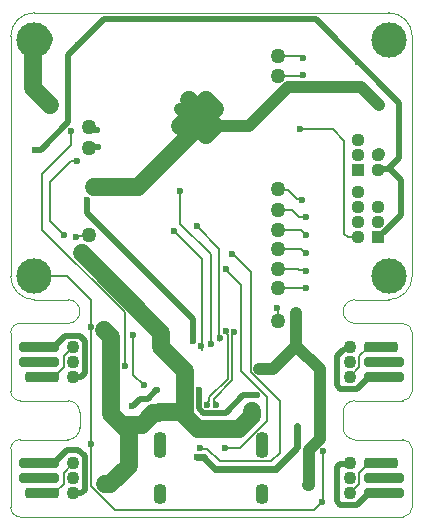
<source format=gbl>
G04*
G04 #@! TF.GenerationSoftware,Altium Limited,Altium Designer,21.6.1 (37)*
G04*
G04 Layer_Physical_Order=2*
G04 Layer_Color=16711680*
%FSAX25Y25*%
%MOIN*%
G70*
G04*
G04 #@! TF.SameCoordinates,2A6196F6-AC41-4C62-9EE7-3AB2130DBF51*
G04*
G04*
G04 #@! TF.FilePolarity,Positive*
G04*
G01*
G75*
%ADD11C,0.01968*%
%ADD12C,0.00394*%
%ADD15C,0.00787*%
%ADD69C,0.04370*%
%ADD84C,0.03937*%
%ADD85C,0.05906*%
%ADD88C,0.02362*%
%ADD90C,0.11811*%
%ADD91R,0.04370X0.04370*%
G04:AMPARAMS|DCode=92|XSize=43.31mil|YSize=66.93mil|CornerRadius=19.49mil|HoleSize=0mil|Usage=FLASHONLY|Rotation=0.000|XOffset=0mil|YOffset=0mil|HoleType=Round|Shape=RoundedRectangle|*
%AMROUNDEDRECTD92*
21,1,0.04331,0.02795,0,0,0.0*
21,1,0.00433,0.06693,0,0,0.0*
1,1,0.03898,0.00217,-0.01398*
1,1,0.03898,-0.00217,-0.01398*
1,1,0.03898,-0.00217,0.01398*
1,1,0.03898,0.00217,0.01398*
%
%ADD92ROUNDEDRECTD92*%
G04:AMPARAMS|DCode=93|XSize=43.31mil|YSize=86.61mil|CornerRadius=19.49mil|HoleSize=0mil|Usage=FLASHONLY|Rotation=0.000|XOffset=0mil|YOffset=0mil|HoleType=Round|Shape=RoundedRectangle|*
%AMROUNDEDRECTD93*
21,1,0.04331,0.04764,0,0,0.0*
21,1,0.00433,0.08661,0,0,0.0*
1,1,0.03898,0.00217,-0.02382*
1,1,0.03898,-0.00217,-0.02382*
1,1,0.03898,-0.00217,0.02382*
1,1,0.03898,0.00217,0.02382*
%
%ADD93ROUNDEDRECTD93*%
%ADD94C,0.02362*%
G04:AMPARAMS|DCode=95|XSize=35.43mil|YSize=135.83mil|CornerRadius=13.82mil|HoleSize=0mil|Usage=FLASHONLY|Rotation=270.000|XOffset=0mil|YOffset=0mil|HoleType=Round|Shape=RoundedRectangle|*
%AMROUNDEDRECTD95*
21,1,0.03543,0.10819,0,0,270.0*
21,1,0.00780,0.13583,0,0,270.0*
1,1,0.02764,-0.05409,-0.00390*
1,1,0.02764,-0.05409,0.00390*
1,1,0.02764,0.05409,0.00390*
1,1,0.02764,0.05409,-0.00390*
%
%ADD95ROUNDEDRECTD95*%
G04:AMPARAMS|DCode=96|XSize=35.43mil|YSize=116.14mil|CornerRadius=13.82mil|HoleSize=0mil|Usage=FLASHONLY|Rotation=270.000|XOffset=0mil|YOffset=0mil|HoleType=Round|Shape=RoundedRectangle|*
%AMROUNDEDRECTD96*
21,1,0.03543,0.08850,0,0,270.0*
21,1,0.00780,0.11614,0,0,270.0*
1,1,0.02764,-0.04425,-0.00390*
1,1,0.02764,-0.04425,0.00390*
1,1,0.02764,0.04425,0.00390*
1,1,0.02764,0.04425,-0.00390*
%
%ADD96ROUNDEDRECTD96*%
%ADD97C,0.05000*%
%ADD98C,0.04331*%
D11*
X0034746Y0165848D02*
X0062635Y0137959D01*
X-0035955Y0165848D02*
X0034746D01*
X0062635Y0119548D02*
Y0137959D01*
X0059252Y0116166D02*
X0062635Y0119548D01*
X-0047829Y0131521D02*
Y0154000D01*
X-0056928Y0122422D02*
X-0047829Y0131521D01*
X-0058704Y0122422D02*
X-0056928D01*
X-0058770Y0122355D02*
X-0058704Y0122422D01*
X-0047829Y0154000D02*
X-0044499Y0157330D01*
X0063178Y0100697D02*
Y0112240D01*
X0057028Y0094547D02*
X0063178Y0100697D01*
X0059252Y0116166D02*
X0063178Y0112240D01*
X0055877Y0116015D02*
X0059403D01*
X0055610Y0115748D02*
X0055877Y0116015D01*
X0056850Y0094547D02*
X0057028D01*
X0055512Y0093209D02*
X0056850Y0094547D01*
X-0044473Y0157330D02*
X-0035955Y0165848D01*
X-0026275Y0036936D02*
X-0023914Y0039296D01*
X-0021223D01*
X-0018363Y0042156D01*
X-0018257D01*
X-0026381Y0036936D02*
X-0026275D01*
X-0041412Y0101243D02*
X-0006103Y0065934D01*
X-0041412Y0101243D02*
Y0105709D01*
X-0053880Y0137168D02*
Y0138975D01*
X-0053780D01*
X-0055403Y0139050D02*
X-0055328Y0138975D01*
X-0053880D01*
X-0055403Y0139050D02*
X-0053855D01*
X-0053780Y0138975D01*
X-0006103Y0058620D02*
Y0065934D01*
X0004783Y0034724D02*
X0010516Y0040457D01*
X-0004286Y0036281D02*
X-0002730Y0034724D01*
X0004783D01*
X-0042305Y0009008D02*
Y0020102D01*
X-0043458Y0007854D02*
X-0042305Y0009008D01*
X-0044406Y0022204D02*
X-0042305Y0020102D01*
X-0046063Y0007854D02*
X-0043458D01*
X-0057382Y0017854D02*
X-0052362D01*
X-0048013Y0022204D01*
X-0044406D01*
X-0046063Y0046638D02*
X-0043458D01*
X-0042305Y0047791D01*
Y0058756D01*
X-0043829Y0060280D02*
X-0042305Y0058756D01*
X-0048720Y0060280D02*
X-0043829D01*
X-0057382Y0056638D02*
X-0052362D01*
X-0048720Y0060280D01*
X0043893Y0055507D02*
X0044293D01*
X0041831Y0043854D02*
Y0053445D01*
X0043893Y0055507D01*
X0044293D02*
X0045424Y0056638D01*
X0046063D01*
X0042984Y0042701D02*
X0048425D01*
X0041831Y0043854D02*
X0042984Y0042701D01*
X0052362Y0046638D02*
X0057382D01*
X0048425Y0042701D02*
X0052362Y0046638D01*
X0041760Y0005101D02*
Y0016550D01*
X0042913Y0003948D02*
X0048456D01*
X0041760Y0005101D02*
X0042913Y0003948D01*
X0048456D02*
X0052362Y0007854D01*
X0042913Y0017704D02*
X0045912D01*
X0046063Y0017854D01*
X0041760Y0016550D02*
X0042913Y0017704D01*
X0052362Y0007854D02*
X0057382D01*
X0010516Y0040457D02*
X0015056D01*
X-0004286Y0036281D02*
Y0038483D01*
X-0004210Y0038559D01*
Y0042143D01*
X-0055786Y0159398D02*
Y0161599D01*
D12*
X-0066927Y0003150D02*
G03*
X-0063774Y0000000I0003145J-0000004D01*
G01*
Y0025748D02*
G03*
X-0066927Y0022598I-0000008J-0003145D01*
G01*
X-0047829Y0025748D02*
G03*
X-0043892Y0029689I-0000001J0003938D01*
G01*
Y0034803D02*
G03*
X-0047829Y0038740I-0003938J-0000001D01*
G01*
X-0066927Y0041890D02*
G03*
X-0063774Y0038740I0003145J-0000004D01*
G01*
Y0064488D02*
G03*
X-0066927Y0061339I-0000008J-0003145D01*
G01*
X-0047829Y0064488D02*
G03*
X-0047829Y0072366I-0000006J0003939D01*
G01*
X-0066919Y0080240D02*
G03*
X-0059045Y0072366I0007870J-0000004D01*
G01*
X-0059049Y0168038D02*
G03*
X-0066923Y0160164I0000003J-0007877D01*
G01*
X0059053Y0072366D02*
G03*
X0066927Y0080240I-0000010J0007884D01*
G01*
X0047837Y0072366D02*
G03*
X0047829Y0064488I-0000006J-0003939D01*
G01*
X0066927Y0061339D02*
G03*
X0063774Y0064488I-0003152J-0000002D01*
G01*
Y0038740D02*
G03*
X0066927Y0041890I0000001J0003152D01*
G01*
X0047829Y0038740D02*
G03*
X0043892Y0034803I0000001J-0003938D01*
G01*
Y0029689D02*
G03*
X0047829Y0025748I0003938J-0000002D01*
G01*
X0066927Y0022598D02*
G03*
X0063774Y0025748I-0003152J-0000002D01*
G01*
Y0000000D02*
G03*
X0066927Y0003150I0000001J0003152D01*
G01*
Y0160164D02*
G03*
X0059053Y0168038I-0007877J-0000003D01*
G01*
X-0063774Y0000000D02*
X0063774D01*
X-0066927Y0003150D02*
Y0022598D01*
X-0063774Y0025748D02*
X-0047829D01*
X-0043892Y0029689D02*
Y0034803D01*
X-0063774Y0038740D02*
X-0047829D01*
X-0066927Y0041890D02*
Y0061339D01*
X-0063774Y0064488D02*
X-0047829D01*
X-0059045Y0072366D02*
X-0047829D01*
X-0066920Y0086817D02*
X-0066919Y0080240D01*
X-0066920Y0086817D02*
X-0066920D01*
X-0066923Y0160161D02*
X-0066920Y0086817D01*
X-0059049Y0168035D02*
X0059053D01*
X0047837Y0072366D02*
X0059053D01*
X0047829Y0064488D02*
X0063774D01*
X0066927Y0041890D02*
Y0061339D01*
X0047829Y0038740D02*
X0063774D01*
X0043892Y0029689D02*
Y0034803D01*
X0047829Y0025748D02*
X0063774D01*
X0066927Y0003150D02*
Y0022598D01*
Y0080240D02*
Y0160161D01*
D15*
X-0056450Y0095667D02*
X-0028937Y0068154D01*
X-0056450Y0095667D02*
Y0114404D01*
X-0028937Y0050096D02*
Y0068154D01*
X-0041259Y0093510D02*
X-0040872Y0093898D01*
X-0044848Y0093510D02*
X-0041259D01*
X-0045149Y0093209D02*
X-0044848Y0093510D01*
X-0053802Y0098529D02*
X-0049171Y0093898D01*
X-0053802Y0098529D02*
Y0111433D01*
X-0026030Y0047393D02*
Y0060630D01*
Y0047393D02*
X-0022638Y0044001D01*
X-0040232Y0063235D02*
X-0040228Y0063232D01*
Y0024365D02*
X-0040225Y0024362D01*
X-0040232Y0010333D02*
Y0024355D01*
X-0040228Y0024365D02*
Y0063232D01*
X-0040232Y0024355D02*
X-0040225Y0024362D01*
X-0040232Y0010333D02*
X-0032167Y0002269D01*
X-0040232Y0063963D02*
X-0039868Y0063599D01*
X-0040232Y0063963D02*
Y0072328D01*
X-0048168Y0080264D02*
X-0040232Y0072328D01*
X0022348Y0146910D02*
X0022523Y0147084D01*
X0030401D01*
X0030576Y0147259D01*
X-0046717Y0118518D02*
X-0044783D01*
X-0053802Y0111433D02*
X-0046717Y0118518D01*
X-0056450Y0114404D02*
X-0046833Y0124020D01*
Y0128568D01*
X-0059055Y0080264D02*
X-0048168D01*
X0044293Y0094359D02*
Y0125354D01*
X0045443Y0093209D02*
X0048912D01*
X0044293Y0094359D02*
X0045443Y0093209D01*
X0040456Y0129190D02*
X0044293Y0125354D01*
X0029484Y0129190D02*
X0040456D01*
X0006841Y0045492D02*
Y0060548D01*
X-0000677Y0039924D02*
X0005463Y0046063D01*
Y0060647D01*
X0000701Y0039353D02*
X0006841Y0045492D01*
X0007579Y0061286D02*
Y0061713D01*
X0006841Y0060548D02*
X0007579Y0061286D01*
X0004724Y0061385D02*
X0005463Y0060647D01*
X0004724Y0061385D02*
Y0061811D01*
X-0004947Y0096942D02*
X0002657Y0089337D01*
Y0058801D02*
Y0089337D01*
Y0058801D02*
X0002839Y0058620D01*
X0004906Y0082398D02*
X0010002Y0077301D01*
Y0048434D02*
X0018525Y0039912D01*
X0010002Y0048434D02*
Y0077301D01*
X0001654Y0037382D02*
Y0037678D01*
X0000701Y0038631D02*
X0001654Y0037678D01*
X0000701Y0038631D02*
Y0039353D01*
X-0000677Y0038631D02*
Y0039924D01*
X-0001629Y0037678D02*
X-0000677Y0038631D01*
X-0001629Y0037382D02*
Y0037678D01*
X-0010363Y0097707D02*
X-0000215Y0087560D01*
Y0057638D02*
Y0087560D01*
X0004906Y0082398D02*
Y0082490D01*
X-0003057Y0055677D02*
Y0085858D01*
X-0003237Y0055498D02*
X-0003057Y0055677D01*
X0036853Y0004809D02*
X0037041Y0004998D01*
X0034312Y0002269D02*
X0036853Y0004809D01*
X0037041Y0021739D02*
X0037229Y0021927D01*
X-0032167Y0002269D02*
X0034312D01*
X0037041Y0004998D02*
Y0021739D01*
X-0047244Y0007854D02*
Y0008423D01*
Y0046638D02*
Y0047207D01*
X-0052362Y0046638D02*
X-0049236Y0049764D01*
Y0053465D02*
X-0046063Y0056638D01*
X-0056398Y0046638D02*
X-0052362D01*
X-0049236Y0049764D02*
Y0053465D01*
X-0052362Y0007854D02*
X-0049236Y0010981D01*
Y0014681D01*
X-0046063Y0017854D01*
X-0056398Y0007854D02*
X-0052362D01*
X0049236Y0049811D02*
Y0053512D01*
X0046063Y0046638D02*
X0049236Y0049811D01*
Y0053512D02*
X0052362Y0056638D01*
X0056398D01*
X0047244Y0056069D02*
Y0056638D01*
Y0017286D02*
Y0017854D01*
X0046063Y0007854D02*
X0049236Y0011028D01*
Y0014728D01*
X0052362Y0017854D01*
X0056398D01*
X0019917Y0018425D02*
X0022747Y0021256D01*
Y0038592D01*
X0017082Y0044257D02*
X0022747Y0038592D01*
X0018525Y0032081D02*
Y0039912D01*
X0009444Y0023000D02*
X0018525Y0032081D01*
X0004472Y0023000D02*
X0009444D01*
X-0003454Y0022732D02*
X-0001355D01*
X0002952Y0018425D01*
X-0003717Y0022994D02*
X-0003454Y0022732D01*
X0002952Y0018425D02*
X0019917D01*
X0017082Y0044257D02*
X0017082D01*
X0013128Y0048212D02*
Y0081646D01*
Y0048212D02*
X0017082Y0044257D01*
X0007179Y0087595D02*
X0013128Y0081646D01*
X0022171Y0065295D02*
X0022348Y0065118D01*
X0022171Y0065295D02*
Y0069430D01*
X0021993Y0069607D02*
X0022171Y0069430D01*
X0026928Y0102323D02*
X0029237Y0100014D01*
X0031350D01*
X0031600Y0099764D01*
X0022348Y0095728D02*
X0029730D01*
X0031600Y0093858D01*
X0022348Y0089232D02*
X0029894D01*
X0031174Y0087953D01*
X0031600D01*
X0029238Y0082349D02*
X0031298D01*
X0022348Y0082743D02*
X0028844D01*
X0031298Y0082349D02*
X0031600Y0082047D01*
X0028844Y0082743D02*
X0029238Y0082349D01*
X0031598Y0076140D02*
X0031600Y0076138D01*
X0022349Y0076140D02*
X0031598D01*
X0022348Y0076142D02*
X0022349Y0076140D01*
X-0012443Y0095243D02*
X-0003057Y0085858D01*
X0006996Y0087595D02*
X0007179D01*
X-0010363Y0097707D02*
Y0108756D01*
X-0040179Y0129285D02*
X-0038299D01*
X-0040841Y0129948D02*
X-0040179Y0129285D01*
X-0038299D02*
X-0037998Y0128984D01*
X-0040708Y0123199D02*
X-0038060D01*
X-0040841Y0123066D02*
X-0040708Y0123199D01*
X-0038060D02*
X-0037927Y0123332D01*
X0022348Y0102323D02*
X0026928D01*
X0022348Y0109213D02*
X0022626Y0108934D01*
X0025567D02*
X0028568Y0105934D01*
X0022626Y0108934D02*
X0025567D01*
X0029501Y0105934D02*
X0029765Y0105669D01*
X0028568Y0105934D02*
X0029501D01*
X0022348Y0153504D02*
X0030878D01*
D69*
X0048913Y0108209D02*
D03*
Y0103209D02*
D03*
X0048912Y0093209D02*
D03*
X0055512Y0103209D02*
D03*
Y0098209D02*
D03*
X0048912D02*
D03*
X0055610Y0120748D02*
D03*
X0049010D02*
D03*
Y0125748D02*
D03*
X0055610Y0115748D02*
D03*
D84*
X0049751Y0143145D02*
X0055792Y0137104D01*
X0025598Y0143145D02*
X0049751D01*
X0055610Y0120748D02*
X0055693Y0120831D01*
X0012572Y0130118D02*
X0025598Y0143145D01*
X0001221Y0130118D02*
X0012572D01*
X-0010591Y0136024D02*
X-0007638Y0133071D01*
X-0010591Y0136024D02*
Y0136024D01*
X0032266Y0010520D02*
X0032356Y0010610D01*
Y0022204D01*
X0028100Y0057071D02*
Y0067696D01*
X0020463Y0049394D02*
X0028120Y0057051D01*
X0036041Y0049129D01*
X0028100Y0057071D02*
X0028120Y0057051D01*
X0015982Y0049394D02*
X0020463D01*
X0032356Y0022204D02*
X0036041Y0025889D01*
Y0049129D01*
X0028100Y0067696D02*
X0028346Y0067943D01*
D85*
X-0043307Y0087953D02*
X-0016713Y0061358D01*
Y0056583D02*
Y0061358D01*
X-0035737Y0062139D02*
X-0033563Y0059964D01*
Y0034324D02*
Y0059964D01*
X-0030117Y0030878D02*
X-0027616Y0028376D01*
X-0033563Y0034324D02*
X-0030117Y0030878D01*
X-0024522Y0109843D02*
X-0007239Y0127126D01*
X-0007638Y0138976D02*
X-0007638D01*
X-0007638Y0127165D02*
X-0007638D01*
Y0138976D02*
X-0004685Y0136024D01*
X-0007638Y0127165D02*
X-0004685Y0130118D01*
X-0010591D02*
X-0007638Y0133071D01*
Y0133071D01*
X-0001732Y0133071D02*
X0001221Y0136024D01*
X-0001732Y0138976D02*
X0001221Y0136024D01*
X-0001732Y0127165D02*
X0001221Y0130118D01*
X-0001732Y0133071D02*
Y0133071D01*
X-0059522Y0156265D02*
X-0056389Y0159398D01*
X-0059522Y0142863D02*
Y0156265D01*
Y0142809D02*
Y0142863D01*
Y0142809D02*
X-0053880Y0137168D01*
Y0137104D02*
Y0137168D01*
X-0019463Y0034484D02*
X-0017738D01*
X-0017251Y0034971D01*
X-0008761D01*
X-0021896Y0032051D02*
X-0019463Y0034484D01*
X-0027616Y0017065D02*
Y0028376D01*
X-0035353Y0010883D02*
X-0033798D01*
X-0027616Y0017065D01*
X0009238Y0029343D02*
X0013370Y0033475D01*
Y0035263D01*
X-0004638Y0029343D02*
X0009238D01*
X-0008781Y0041102D02*
Y0048652D01*
X-0021896Y0031791D02*
Y0032051D01*
X-0008761Y0033465D02*
Y0041102D01*
X-0016713Y0056583D02*
X-0008781Y0048652D01*
X-0056389Y0159398D02*
X-0055786D01*
X-0059522Y0142863D02*
X-0059522D01*
X-0008761Y0033465D02*
X-0004638Y0029343D01*
X-0027616Y0030572D02*
X-0023114D01*
X-0021896Y0031791D01*
X-0039096Y0109843D02*
X-0024522D01*
D88*
X0028626Y0023186D02*
Y0030094D01*
X-0002686Y0020024D02*
X-0002648Y0020062D01*
X-0004928Y0020024D02*
X-0002686D01*
X0021385Y0015945D02*
X0028626Y0023186D01*
X0001289Y0015945D02*
X0021385D01*
X-0002739Y0019972D02*
X0001289Y0015945D01*
X0028568Y0030153D02*
X0028626Y0030094D01*
D90*
X-0059055Y0159004D02*
D03*
X0059055Y0080264D02*
D03*
Y0159004D02*
D03*
X-0059055Y0080264D02*
D03*
D91*
X0055512Y0093209D02*
D03*
X0049010Y0115748D02*
D03*
D92*
X-0017008Y0007500D02*
D03*
X0017008D02*
D03*
D93*
X-0017008Y0023957D02*
D03*
X0017008D02*
D03*
D94*
X-0001732Y0127165D02*
D03*
X-0007638D02*
D03*
X-0001732Y0133071D02*
D03*
X-0007638D02*
D03*
X-0001732Y0138976D02*
D03*
X-0007638D02*
D03*
X0001221Y0130118D02*
D03*
X-0004685D02*
D03*
X-0010591D02*
D03*
X0001221Y0136024D02*
D03*
X-0010591D02*
D03*
X-0004685D02*
D03*
X-0043307Y0087953D02*
D03*
X-0045149Y0093209D02*
D03*
X-0049171Y0093898D02*
D03*
X-0026030Y0060630D02*
D03*
X-0040225Y0024362D02*
D03*
X-0035737Y0062139D02*
D03*
X-0040232Y0063235D02*
D03*
X0055792Y0137104D02*
D03*
X0043930Y0143145D02*
D03*
X0048891Y0151703D02*
D03*
X-0058770Y0122355D02*
D03*
X0030576Y0147259D02*
D03*
X0032266Y0010520D02*
D03*
X-0026381Y0036936D02*
D03*
X-0018257Y0042156D02*
D03*
X-0028937Y0050096D02*
D03*
X-0046833Y0128568D02*
D03*
X-0041412Y0105709D02*
D03*
X-0044783Y0118518D02*
D03*
X-0053880Y0137104D02*
D03*
X0029484Y0129190D02*
D03*
X0007579Y0061713D02*
D03*
X0004724Y0061811D02*
D03*
X0002839Y0059471D02*
D03*
X0001654Y0037382D02*
D03*
X-0001629D02*
D03*
X-0000215Y0057638D02*
D03*
X0004906Y0082490D02*
D03*
X-0006103Y0058620D02*
D03*
X-0003434Y0056778D02*
D03*
X-0017738Y0034484D02*
D03*
X-0030117Y0030878D02*
D03*
X-0022638Y0044001D02*
D03*
X-0035353Y0010883D02*
D03*
X0036853Y0004809D02*
D03*
X0057382Y0012855D02*
D03*
X-0057382Y0051638D02*
D03*
X0057382D02*
D03*
X-0057382Y0012855D02*
D03*
X0013370Y0035263D02*
D03*
X0004472Y0023000D02*
D03*
X-0003717Y0022994D02*
D03*
X-0002648Y0020062D02*
D03*
X-0004928Y0020024D02*
D03*
X0015056Y0040457D02*
D03*
X0037229Y0021927D02*
D03*
X0015982Y0049394D02*
D03*
X0028940Y0027089D02*
D03*
X0028882Y0029977D02*
D03*
X0021993Y0069607D02*
D03*
X0028346Y0067943D02*
D03*
X-0009597Y0041938D02*
D03*
X-0059522Y0142863D02*
D03*
X-0004135Y0042249D02*
D03*
X-0020813Y0031004D02*
D03*
X-0044499Y0157330D02*
D03*
X0031600Y0099764D02*
D03*
Y0093858D02*
D03*
Y0087953D02*
D03*
Y0082047D02*
D03*
Y0076138D02*
D03*
X-0039096Y0109843D02*
D03*
X-0016713Y0056229D02*
D03*
X0036041Y0049129D02*
D03*
X0006996Y0087595D02*
D03*
X-0004947Y0096942D02*
D03*
X-0012443Y0095243D02*
D03*
X-0010363Y0108756D02*
D03*
X-0037927Y0123332D02*
D03*
X-0037998Y0128984D02*
D03*
X0030069Y0105669D02*
D03*
X0030576Y0152914D02*
D03*
D95*
X0057382Y0012855D02*
D03*
Y0007854D02*
D03*
X-0057382Y0051638D02*
D03*
Y0056638D02*
D03*
X0057382Y0051638D02*
D03*
Y0046638D02*
D03*
X-0057382Y0012855D02*
D03*
Y0017854D02*
D03*
D96*
X0056398D02*
D03*
X-0056398Y0046638D02*
D03*
X0056398Y0056638D02*
D03*
X-0056398Y0007854D02*
D03*
D97*
X-0040872Y0093898D02*
D03*
X-0040841Y0123066D02*
D03*
Y0129948D02*
D03*
X0022348Y0089232D02*
D03*
Y0065118D02*
D03*
Y0082743D02*
D03*
Y0076142D02*
D03*
Y0153504D02*
D03*
Y0146910D02*
D03*
Y0109213D02*
D03*
Y0102323D02*
D03*
Y0095728D02*
D03*
D98*
X0046063Y0007854D02*
D03*
Y0012855D02*
D03*
Y0017854D02*
D03*
X-0046063Y0056638D02*
D03*
Y0051638D02*
D03*
Y0046638D02*
D03*
X0046063D02*
D03*
Y0051638D02*
D03*
Y0056638D02*
D03*
X-0046063Y0017854D02*
D03*
Y0012855D02*
D03*
Y0007854D02*
D03*
M02*

</source>
